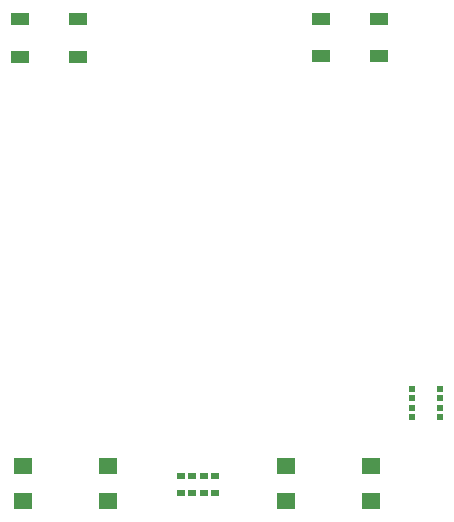
<source format=gbr>
G04 #@! TF.GenerationSoftware,KiCad,Pcbnew,(2018-02-05 revision d1a45d147)-makepkg*
G04 #@! TF.CreationDate,2020-01-13T12:48:58-08:00*
G04 #@! TF.ProjectId,badge,62616467652E6B696361645F70636200,rev?*
G04 #@! TF.SameCoordinates,Original*
G04 #@! TF.FileFunction,Paste,Top*
G04 #@! TF.FilePolarity,Positive*
%FSLAX46Y46*%
G04 Gerber Fmt 4.6, Leading zero omitted, Abs format (unit mm)*
G04 Created by KiCad (PCBNEW (2018-02-05 revision d1a45d147)-makepkg) date 01/13/20 12:48:58*
%MOMM*%
%LPD*%
G01*
G04 APERTURE LIST*
%ADD10R,1.600000X1.400000*%
%ADD11R,0.718820X0.599440*%
%ADD12R,0.500000X0.500000*%
%ADD13R,1.500000X1.000000*%
G04 APERTURE END LIST*
D10*
X134722400Y-114958600D03*
X127522400Y-114958600D03*
X134722400Y-117958600D03*
X127522400Y-117958600D03*
X112446600Y-114984000D03*
X105246600Y-114984000D03*
X112446600Y-117984000D03*
X105246600Y-117984000D03*
D11*
X118645920Y-115861700D03*
X119616200Y-115861700D03*
X120581400Y-115861700D03*
X121551680Y-115861700D03*
X121551680Y-117258700D03*
X120581400Y-117258700D03*
X119616200Y-117258700D03*
X118645920Y-117258700D03*
D12*
X140602800Y-108451400D03*
X140602800Y-109251400D03*
X140602800Y-110051400D03*
X140602800Y-110851400D03*
X138202800Y-110871400D03*
X138202800Y-110051400D03*
X138202800Y-109251400D03*
X138202800Y-108451400D03*
D13*
X135401200Y-80314200D03*
X135401200Y-77114200D03*
X130501200Y-80314200D03*
X130501200Y-77114200D03*
X109899600Y-80339600D03*
X109899600Y-77139600D03*
X104999600Y-80339600D03*
X104999600Y-77139600D03*
M02*

</source>
